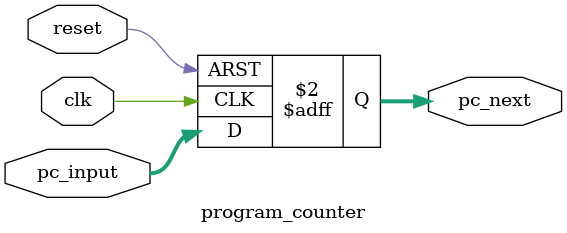
<source format=v>
`timescale 1ns / 1ps


module program_counter(clk, reset, pc_input, pc_next);
input clk, reset;
input [31:0] pc_input;
output reg [31:0] pc_next;


always @(posedge clk, posedge reset)
begin
       if(reset)
       pc_next <= 32'h0;
       else
       pc_next <= pc_input;
   
end

endmodule

</source>
